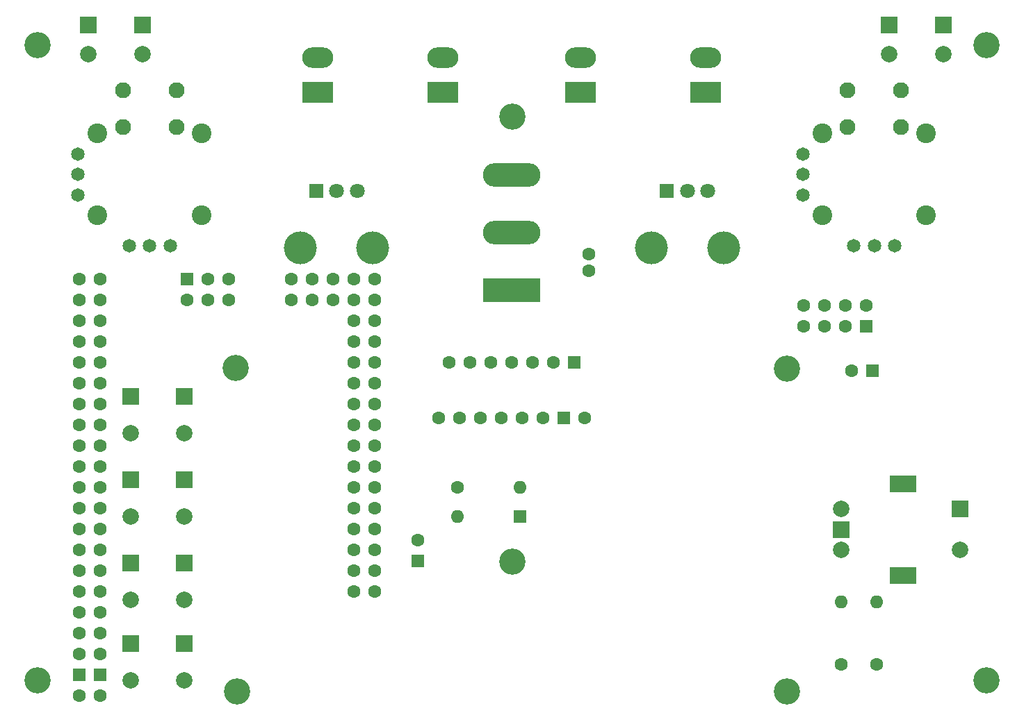
<source format=gbr>
%TF.GenerationSoftware,KiCad,Pcbnew,7.0.8*%
%TF.CreationDate,2023-11-22T02:38:27-05:00*%
%TF.ProjectId,RCTransmitterAecertRobotics,52435472-616e-4736-9d69-747465724165,rev?*%
%TF.SameCoordinates,Original*%
%TF.FileFunction,Soldermask,Bot*%
%TF.FilePolarity,Negative*%
%FSLAX46Y46*%
G04 Gerber Fmt 4.6, Leading zero omitted, Abs format (unit mm)*
G04 Created by KiCad (PCBNEW 7.0.8) date 2023-11-22 02:38:27*
%MOMM*%
%LPD*%
G01*
G04 APERTURE LIST*
G04 Aperture macros list*
%AMRoundRect*
0 Rectangle with rounded corners*
0 $1 Rounding radius*
0 $2 $3 $4 $5 $6 $7 $8 $9 X,Y pos of 4 corners*
0 Add a 4 corners polygon primitive as box body*
4,1,4,$2,$3,$4,$5,$6,$7,$8,$9,$2,$3,0*
0 Add four circle primitives for the rounded corners*
1,1,$1+$1,$2,$3*
1,1,$1+$1,$4,$5*
1,1,$1+$1,$6,$7*
1,1,$1+$1,$8,$9*
0 Add four rect primitives between the rounded corners*
20,1,$1+$1,$2,$3,$4,$5,0*
20,1,$1+$1,$4,$5,$6,$7,0*
20,1,$1+$1,$6,$7,$8,$9,0*
20,1,$1+$1,$8,$9,$2,$3,0*%
G04 Aperture macros list end*
%ADD10C,1.650000*%
%ADD11C,1.950000*%
%ADD12C,2.400000*%
%ADD13C,2.000000*%
%ADD14R,2.000000X2.000000*%
%ADD15RoundRect,1.250000X0.650000X0.000000X-0.650000X0.000000X-0.650000X0.000000X0.650000X0.000000X0*%
%ADD16R,3.800000X2.500000*%
%ADD17C,1.600000*%
%ADD18R,1.600000X1.600000*%
%ADD19O,1.600000X1.600000*%
%ADD20C,3.200000*%
%ADD21R,3.200000X2.000000*%
%ADD22O,7.000000X2.900000*%
%ADD23R,7.000000X2.900000*%
%ADD24C,1.800000*%
%ADD25R,1.800000X1.800000*%
%ADD26C,4.000000*%
G04 APERTURE END LIST*
D10*
%TO.C,Joystick2*%
X182605000Y-84850000D03*
X185105000Y-84850000D03*
X187605000Y-84850000D03*
X176375000Y-73620000D03*
X176375000Y-76120000D03*
X176375000Y-78620000D03*
D11*
X188355000Y-70370000D03*
X181855000Y-70370000D03*
X188355000Y-65870000D03*
X181855000Y-65870000D03*
D12*
X178780000Y-81120000D03*
X191430000Y-81120000D03*
X191430000Y-71120000D03*
X178780000Y-71120000D03*
%TD*%
D10*
%TO.C,Joystick1*%
X94335000Y-84850000D03*
X96835000Y-84850000D03*
X99335000Y-84850000D03*
X88105000Y-73620000D03*
X88105000Y-76120000D03*
X88105000Y-78620000D03*
D11*
X100085000Y-70370000D03*
X93585000Y-70370000D03*
X100085000Y-65870000D03*
X93585000Y-65870000D03*
D12*
X90510000Y-81120000D03*
X103160000Y-81120000D03*
X103160000Y-71120000D03*
X90510000Y-71120000D03*
%TD*%
D13*
%TO.C,Bumper4*%
X193548000Y-61468000D03*
D14*
X193548000Y-57912000D03*
%TD*%
%TO.C,Bumper3*%
X186944000Y-57912000D03*
D13*
X186944000Y-61468000D03*
%TD*%
%TO.C,Bumper2*%
X96012000Y-61468000D03*
D14*
X96012000Y-57912000D03*
%TD*%
D13*
%TO.C,Bumper1*%
X89408000Y-61468000D03*
D14*
X89408000Y-57912000D03*
%TD*%
D15*
%TO.C,Toggle4*%
X164592000Y-61872000D03*
D16*
X164592000Y-66072000D03*
%TD*%
%TO.C,Toggle1*%
X117348000Y-66072000D03*
D15*
X117348000Y-61872000D03*
%TD*%
D17*
%TO.C,Gyroscope1*%
X149789454Y-105816523D03*
D18*
X147249454Y-105816523D03*
D17*
X144709454Y-105816523D03*
X142169454Y-105816523D03*
X139629454Y-105816523D03*
X137089454Y-105816523D03*
X134549454Y-105816523D03*
X132009454Y-105816523D03*
%TD*%
D18*
%TO.C,OLED_LCD_Display1*%
X148590000Y-99060000D03*
D17*
X146050000Y-99060000D03*
X143510000Y-99060000D03*
X140970000Y-99060000D03*
X138430000Y-99060000D03*
X135890000Y-99060000D03*
X133350000Y-99060000D03*
%TD*%
D19*
%TO.C,R2*%
X134366000Y-117856000D03*
D18*
X141986000Y-117856000D03*
%TD*%
D19*
%TO.C,R1*%
X141986000Y-114300000D03*
D17*
X134366000Y-114300000D03*
%TD*%
D20*
%TO.C,H3*%
X83185000Y-137795000D03*
%TD*%
D14*
%TO.C,Rotary_Encoder1*%
X195580000Y-116920000D03*
D13*
X195580000Y-121920000D03*
D21*
X188580000Y-125020000D03*
X188580000Y-113820000D03*
D14*
X181080000Y-119420000D03*
D13*
X181080000Y-121920000D03*
X181080000Y-116920000D03*
%TD*%
D20*
%TO.C,H4*%
X198755000Y-137795000D03*
%TD*%
%TO.C,H5*%
X107306032Y-99690751D03*
%TD*%
D17*
%TO.C,R4*%
X181102000Y-135890000D03*
D19*
X181102000Y-128270000D03*
%TD*%
D14*
%TO.C,Button3*%
X94540000Y-123480000D03*
X101040000Y-123480000D03*
D13*
X94540000Y-127980000D03*
X101040000Y-127980000D03*
%TD*%
D20*
%TO.C,H9*%
X141024288Y-69041240D03*
%TD*%
D16*
%TO.C,Toggle3*%
X149352000Y-66072000D03*
D15*
X149352000Y-61872000D03*
%TD*%
D20*
%TO.C,H2*%
X198755000Y-60325000D03*
%TD*%
%TO.C,H7*%
X107445778Y-139162731D03*
%TD*%
D14*
%TO.C,Button4*%
X94540000Y-133300000D03*
X101040000Y-133300000D03*
D13*
X94540000Y-137800000D03*
X101040000Y-137800000D03*
%TD*%
D14*
%TO.C,Button2*%
X94540000Y-113320000D03*
X101040000Y-113320000D03*
D13*
X94540000Y-117820000D03*
X101040000Y-117820000D03*
%TD*%
D14*
%TO.C,Button1*%
X94540000Y-103160000D03*
X101040000Y-103160000D03*
D13*
X94540000Y-107660000D03*
X101040000Y-107660000D03*
%TD*%
D22*
%TO.C,PowerSwitch1*%
X140970000Y-76200000D03*
X140970000Y-83200000D03*
D23*
X140970000Y-90200000D03*
%TD*%
D20*
%TO.C,H6*%
X174493637Y-99822788D03*
%TD*%
D24*
%TO.C,Pot1*%
X122100000Y-78090000D03*
X119600000Y-78090000D03*
D25*
X117100000Y-78090000D03*
D26*
X115200000Y-85090000D03*
X124000000Y-85090000D03*
%TD*%
D16*
%TO.C,Toggle2*%
X132588000Y-66072000D03*
D15*
X132588000Y-61872000D03*
%TD*%
D24*
%TO.C,Pot2*%
X164840000Y-78090000D03*
X162340000Y-78090000D03*
D25*
X159840000Y-78090000D03*
D26*
X157940000Y-85090000D03*
X166740000Y-85090000D03*
%TD*%
D17*
%TO.C,R3*%
X185420000Y-135890000D03*
D19*
X185420000Y-128270000D03*
%TD*%
D20*
%TO.C,H1*%
X83185000Y-60325000D03*
%TD*%
%TO.C,H10*%
X141018739Y-123314035D03*
%TD*%
%TO.C,H8*%
X174498151Y-139192604D03*
%TD*%
D17*
%TO.C,C2*%
X129540000Y-120714888D03*
D18*
X129540000Y-123214888D03*
%TD*%
D17*
%TO.C,JST_Connector1*%
X150368000Y-87852000D03*
X150368000Y-85852000D03*
%TD*%
%TO.C,Arduino_Mega_Pro1*%
X90805000Y-127000000D03*
X88265000Y-127000000D03*
X90805000Y-124460000D03*
X88265000Y-124460000D03*
X88265000Y-132080000D03*
X90805000Y-132080000D03*
X90805000Y-121920000D03*
X88265000Y-121920000D03*
X88265000Y-134620000D03*
X90805000Y-134620000D03*
X106480000Y-88900000D03*
X90805000Y-119380000D03*
X88265000Y-119380000D03*
X90805000Y-116840000D03*
X88265000Y-116840000D03*
X90805000Y-114300000D03*
X88265000Y-114300000D03*
X90805000Y-111760000D03*
X88265000Y-111760000D03*
X90805000Y-109220000D03*
X88265000Y-109220000D03*
X90805000Y-106680000D03*
X88265000Y-106680000D03*
X90805000Y-104140000D03*
X88265000Y-104140000D03*
X90805000Y-101600000D03*
X88265000Y-101600000D03*
X90805000Y-99060000D03*
X88265000Y-99060000D03*
X90805000Y-96520000D03*
X88265000Y-96520000D03*
X90805000Y-93980000D03*
X88265000Y-93980000D03*
X90805000Y-91440000D03*
X88265000Y-91440000D03*
X90805000Y-88900000D03*
X88265000Y-88900000D03*
X124260000Y-106680000D03*
X121720000Y-106680000D03*
X124260000Y-104140000D03*
X121720000Y-104140000D03*
X124260000Y-101600000D03*
X121720000Y-101600000D03*
X124260000Y-99060000D03*
X121720000Y-99060000D03*
X124260000Y-96520000D03*
X121720000Y-96520000D03*
X124260000Y-93980000D03*
X121720000Y-93980000D03*
X124260000Y-91440000D03*
X121720000Y-91440000D03*
X124260000Y-88900000D03*
X121720000Y-88900000D03*
X119180000Y-88900000D03*
X119180000Y-91440000D03*
X106480000Y-91440000D03*
X116640000Y-88900000D03*
X103940000Y-88900000D03*
X116640000Y-91440000D03*
X103940000Y-91440000D03*
X114100000Y-88900000D03*
X114100000Y-91440000D03*
X124260000Y-127000000D03*
X121720000Y-127000000D03*
X124260000Y-124460000D03*
X121720000Y-124460000D03*
X124260000Y-121920000D03*
X121720000Y-121920000D03*
X124260000Y-119380000D03*
X121720000Y-119380000D03*
X124260000Y-116840000D03*
X121720000Y-116840000D03*
X124260000Y-114300000D03*
X121720000Y-114300000D03*
X124260000Y-111760000D03*
X121720000Y-111760000D03*
X124260000Y-109220000D03*
X121720000Y-109220000D03*
X90805000Y-129540000D03*
D18*
X88265000Y-137160000D03*
X90805000Y-137160000D03*
X101400000Y-88900000D03*
D17*
X88265000Y-129540000D03*
X101400000Y-91440000D03*
X88265000Y-139700000D03*
X90805000Y-139700000D03*
%TD*%
D18*
%TO.C,C1*%
X184872000Y-100076000D03*
D17*
X182372000Y-100076000D03*
%TD*%
D18*
%TO.C,NRF24*%
X184150000Y-94615000D03*
D17*
X181610000Y-94615000D03*
X179070000Y-94615000D03*
X176530000Y-94615000D03*
X176530000Y-92075000D03*
X179070000Y-92075000D03*
X181610000Y-92075000D03*
X184150000Y-92075000D03*
%TD*%
M02*

</source>
